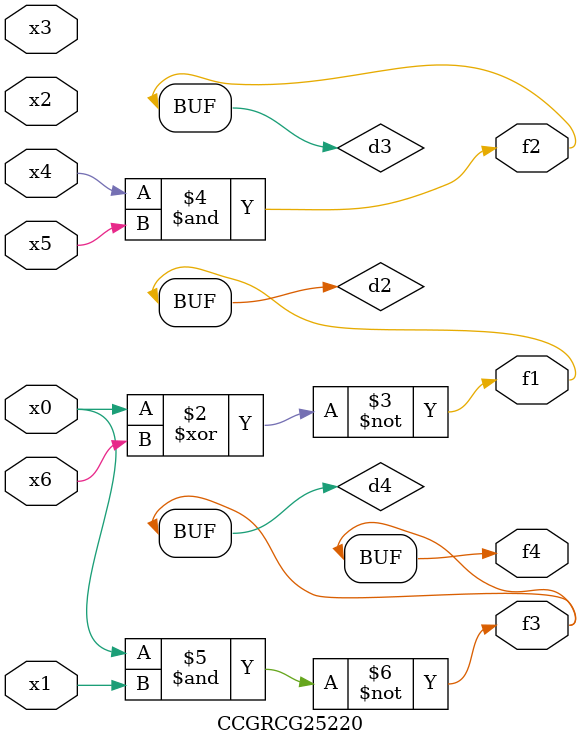
<source format=v>
module CCGRCG25220(
	input x0, x1, x2, x3, x4, x5, x6,
	output f1, f2, f3, f4
);

	wire d1, d2, d3, d4;

	nor (d1, x0);
	xnor (d2, x0, x6);
	and (d3, x4, x5);
	nand (d4, x0, x1);
	assign f1 = d2;
	assign f2 = d3;
	assign f3 = d4;
	assign f4 = d4;
endmodule

</source>
